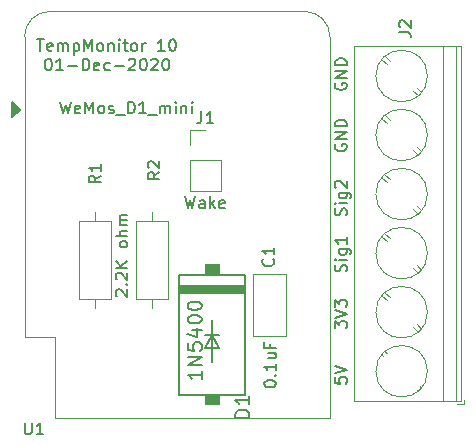
<source format=gbr>
G04 #@! TF.GenerationSoftware,KiCad,Pcbnew,(5.1.2)-2*
G04 #@! TF.CreationDate,2020-12-01T22:27:08-06:00*
G04 #@! TF.ProjectId,TempMonitor10PCB,54656d70-4d6f-46e6-9974-6f7231305043,rev?*
G04 #@! TF.SameCoordinates,Original*
G04 #@! TF.FileFunction,Legend,Top*
G04 #@! TF.FilePolarity,Positive*
%FSLAX46Y46*%
G04 Gerber Fmt 4.6, Leading zero omitted, Abs format (unit mm)*
G04 Created by KiCad (PCBNEW (5.1.2)-2) date 2020-12-01 22:27:08*
%MOMM*%
%LPD*%
G04 APERTURE LIST*
%ADD10C,0.150000*%
%ADD11C,0.120000*%
%ADD12C,0.152400*%
%ADD13C,0.100000*%
%ADD14C,0.127000*%
G04 APERTURE END LIST*
D10*
X77722361Y-72750180D02*
X77769980Y-72607323D01*
X77769980Y-72369228D01*
X77722361Y-72273990D01*
X77674742Y-72226371D01*
X77579504Y-72178752D01*
X77484266Y-72178752D01*
X77389028Y-72226371D01*
X77341409Y-72273990D01*
X77293790Y-72369228D01*
X77246171Y-72559704D01*
X77198552Y-72654942D01*
X77150933Y-72702561D01*
X77055695Y-72750180D01*
X76960457Y-72750180D01*
X76865219Y-72702561D01*
X76817600Y-72654942D01*
X76769980Y-72559704D01*
X76769980Y-72321609D01*
X76817600Y-72178752D01*
X77769980Y-71750180D02*
X77103314Y-71750180D01*
X76769980Y-71750180D02*
X76817600Y-71797800D01*
X76865219Y-71750180D01*
X76817600Y-71702561D01*
X76769980Y-71750180D01*
X76865219Y-71750180D01*
X77103314Y-70845419D02*
X77912838Y-70845419D01*
X78008076Y-70893038D01*
X78055695Y-70940657D01*
X78103314Y-71035895D01*
X78103314Y-71178752D01*
X78055695Y-71273990D01*
X77722361Y-70845419D02*
X77769980Y-70940657D01*
X77769980Y-71131133D01*
X77722361Y-71226371D01*
X77674742Y-71273990D01*
X77579504Y-71321609D01*
X77293790Y-71321609D01*
X77198552Y-71273990D01*
X77150933Y-71226371D01*
X77103314Y-71131133D01*
X77103314Y-70940657D01*
X77150933Y-70845419D01*
X77769980Y-69845419D02*
X77769980Y-70416847D01*
X77769980Y-70131133D02*
X76769980Y-70131133D01*
X76912838Y-70226371D01*
X77008076Y-70321609D01*
X77055695Y-70416847D01*
X76769980Y-81724476D02*
X76769980Y-82200666D01*
X77246171Y-82248285D01*
X77198552Y-82200666D01*
X77150933Y-82105428D01*
X77150933Y-81867333D01*
X77198552Y-81772095D01*
X77246171Y-81724476D01*
X77341409Y-81676857D01*
X77579504Y-81676857D01*
X77674742Y-81724476D01*
X77722361Y-81772095D01*
X77769980Y-81867333D01*
X77769980Y-82105428D01*
X77722361Y-82200666D01*
X77674742Y-82248285D01*
X76769980Y-81391142D02*
X77769980Y-81057809D01*
X76769980Y-80724476D01*
X76769980Y-77565095D02*
X76769980Y-76946047D01*
X77150933Y-77279380D01*
X77150933Y-77136523D01*
X77198552Y-77041285D01*
X77246171Y-76993666D01*
X77341409Y-76946047D01*
X77579504Y-76946047D01*
X77674742Y-76993666D01*
X77722361Y-77041285D01*
X77769980Y-77136523D01*
X77769980Y-77422238D01*
X77722361Y-77517476D01*
X77674742Y-77565095D01*
X76769980Y-76660333D02*
X77769980Y-76327000D01*
X76769980Y-75993666D01*
X76769980Y-75755571D02*
X76769980Y-75136523D01*
X77150933Y-75469857D01*
X77150933Y-75327000D01*
X77198552Y-75231761D01*
X77246171Y-75184142D01*
X77341409Y-75136523D01*
X77579504Y-75136523D01*
X77674742Y-75184142D01*
X77722361Y-75231761D01*
X77769980Y-75327000D01*
X77769980Y-75612714D01*
X77722361Y-75707952D01*
X77674742Y-75755571D01*
X77722361Y-67991135D02*
X77769980Y-67848278D01*
X77769980Y-67610183D01*
X77722361Y-67514945D01*
X77674742Y-67467326D01*
X77579504Y-67419707D01*
X77484266Y-67419707D01*
X77389028Y-67467326D01*
X77341409Y-67514945D01*
X77293790Y-67610183D01*
X77246171Y-67800659D01*
X77198552Y-67895897D01*
X77150933Y-67943516D01*
X77055695Y-67991135D01*
X76960457Y-67991135D01*
X76865219Y-67943516D01*
X76817600Y-67895897D01*
X76769980Y-67800659D01*
X76769980Y-67562564D01*
X76817600Y-67419707D01*
X77769980Y-66991135D02*
X77103314Y-66991135D01*
X76769980Y-66991135D02*
X76817600Y-67038755D01*
X76865219Y-66991135D01*
X76817600Y-66943516D01*
X76769980Y-66991135D01*
X76865219Y-66991135D01*
X77103314Y-66086374D02*
X77912838Y-66086374D01*
X78008076Y-66133993D01*
X78055695Y-66181612D01*
X78103314Y-66276850D01*
X78103314Y-66419707D01*
X78055695Y-66514945D01*
X77722361Y-66086374D02*
X77769980Y-66181612D01*
X77769980Y-66372088D01*
X77722361Y-66467326D01*
X77674742Y-66514945D01*
X77579504Y-66562564D01*
X77293790Y-66562564D01*
X77198552Y-66514945D01*
X77150933Y-66467326D01*
X77103314Y-66372088D01*
X77103314Y-66181612D01*
X77150933Y-66086374D01*
X76865219Y-65657802D02*
X76817600Y-65610183D01*
X76769980Y-65514945D01*
X76769980Y-65276850D01*
X76817600Y-65181612D01*
X76865219Y-65133993D01*
X76960457Y-65086374D01*
X77055695Y-65086374D01*
X77198552Y-65133993D01*
X77769980Y-65705421D01*
X77769980Y-65086374D01*
X76817600Y-62000658D02*
X76769980Y-62095896D01*
X76769980Y-62238754D01*
X76817600Y-62381611D01*
X76912838Y-62476849D01*
X77008076Y-62524468D01*
X77198552Y-62572087D01*
X77341409Y-62572087D01*
X77531885Y-62524468D01*
X77627123Y-62476849D01*
X77722361Y-62381611D01*
X77769980Y-62238754D01*
X77769980Y-62143515D01*
X77722361Y-62000658D01*
X77674742Y-61953039D01*
X77341409Y-61953039D01*
X77341409Y-62143515D01*
X77769980Y-61524468D02*
X76769980Y-61524468D01*
X77769980Y-60953039D01*
X76769980Y-60953039D01*
X77769980Y-60476849D02*
X76769980Y-60476849D01*
X76769980Y-60238754D01*
X76817600Y-60095896D01*
X76912838Y-60000658D01*
X77008076Y-59953039D01*
X77198552Y-59905420D01*
X77341409Y-59905420D01*
X77531885Y-59953039D01*
X77627123Y-60000658D01*
X77722361Y-60095896D01*
X77769980Y-60238754D01*
X77769980Y-60476849D01*
X76817600Y-56819704D02*
X76769980Y-56914942D01*
X76769980Y-57057800D01*
X76817600Y-57200657D01*
X76912838Y-57295895D01*
X77008076Y-57343514D01*
X77198552Y-57391133D01*
X77341409Y-57391133D01*
X77531885Y-57343514D01*
X77627123Y-57295895D01*
X77722361Y-57200657D01*
X77769980Y-57057800D01*
X77769980Y-56962561D01*
X77722361Y-56819704D01*
X77674742Y-56772085D01*
X77341409Y-56772085D01*
X77341409Y-56962561D01*
X77769980Y-56343514D02*
X76769980Y-56343514D01*
X77769980Y-55772085D01*
X76769980Y-55772085D01*
X77769980Y-55295895D02*
X76769980Y-55295895D01*
X76769980Y-55057800D01*
X76817600Y-54914942D01*
X76912838Y-54819704D01*
X77008076Y-54772085D01*
X77198552Y-54724466D01*
X77341409Y-54724466D01*
X77531885Y-54772085D01*
X77627123Y-54819704D01*
X77722361Y-54914942D01*
X77769980Y-55057800D01*
X77769980Y-55295895D01*
X51551628Y-53084980D02*
X52123057Y-53084980D01*
X51837342Y-54084980D02*
X51837342Y-53084980D01*
X52837342Y-54037361D02*
X52742104Y-54084980D01*
X52551628Y-54084980D01*
X52456390Y-54037361D01*
X52408771Y-53942123D01*
X52408771Y-53561171D01*
X52456390Y-53465933D01*
X52551628Y-53418314D01*
X52742104Y-53418314D01*
X52837342Y-53465933D01*
X52884961Y-53561171D01*
X52884961Y-53656409D01*
X52408771Y-53751647D01*
X53313533Y-54084980D02*
X53313533Y-53418314D01*
X53313533Y-53513552D02*
X53361152Y-53465933D01*
X53456390Y-53418314D01*
X53599247Y-53418314D01*
X53694485Y-53465933D01*
X53742104Y-53561171D01*
X53742104Y-54084980D01*
X53742104Y-53561171D02*
X53789723Y-53465933D01*
X53884961Y-53418314D01*
X54027819Y-53418314D01*
X54123057Y-53465933D01*
X54170676Y-53561171D01*
X54170676Y-54084980D01*
X54646866Y-53418314D02*
X54646866Y-54418314D01*
X54646866Y-53465933D02*
X54742104Y-53418314D01*
X54932580Y-53418314D01*
X55027819Y-53465933D01*
X55075438Y-53513552D01*
X55123057Y-53608790D01*
X55123057Y-53894504D01*
X55075438Y-53989742D01*
X55027819Y-54037361D01*
X54932580Y-54084980D01*
X54742104Y-54084980D01*
X54646866Y-54037361D01*
X55551628Y-54084980D02*
X55551628Y-53084980D01*
X55884961Y-53799266D01*
X56218295Y-53084980D01*
X56218295Y-54084980D01*
X56837342Y-54084980D02*
X56742104Y-54037361D01*
X56694485Y-53989742D01*
X56646866Y-53894504D01*
X56646866Y-53608790D01*
X56694485Y-53513552D01*
X56742104Y-53465933D01*
X56837342Y-53418314D01*
X56980200Y-53418314D01*
X57075438Y-53465933D01*
X57123057Y-53513552D01*
X57170676Y-53608790D01*
X57170676Y-53894504D01*
X57123057Y-53989742D01*
X57075438Y-54037361D01*
X56980200Y-54084980D01*
X56837342Y-54084980D01*
X57599247Y-53418314D02*
X57599247Y-54084980D01*
X57599247Y-53513552D02*
X57646866Y-53465933D01*
X57742104Y-53418314D01*
X57884961Y-53418314D01*
X57980200Y-53465933D01*
X58027819Y-53561171D01*
X58027819Y-54084980D01*
X58504009Y-54084980D02*
X58504009Y-53418314D01*
X58504009Y-53084980D02*
X58456390Y-53132600D01*
X58504009Y-53180219D01*
X58551628Y-53132600D01*
X58504009Y-53084980D01*
X58504009Y-53180219D01*
X58837342Y-53418314D02*
X59218295Y-53418314D01*
X58980200Y-53084980D02*
X58980200Y-53942123D01*
X59027819Y-54037361D01*
X59123057Y-54084980D01*
X59218295Y-54084980D01*
X59694485Y-54084980D02*
X59599247Y-54037361D01*
X59551628Y-53989742D01*
X59504009Y-53894504D01*
X59504009Y-53608790D01*
X59551628Y-53513552D01*
X59599247Y-53465933D01*
X59694485Y-53418314D01*
X59837342Y-53418314D01*
X59932580Y-53465933D01*
X59980200Y-53513552D01*
X60027819Y-53608790D01*
X60027819Y-53894504D01*
X59980200Y-53989742D01*
X59932580Y-54037361D01*
X59837342Y-54084980D01*
X59694485Y-54084980D01*
X60456390Y-54084980D02*
X60456390Y-53418314D01*
X60456390Y-53608790D02*
X60504009Y-53513552D01*
X60551628Y-53465933D01*
X60646866Y-53418314D01*
X60742104Y-53418314D01*
X62361152Y-54084980D02*
X61789723Y-54084980D01*
X62075438Y-54084980D02*
X62075438Y-53084980D01*
X61980200Y-53227838D01*
X61884961Y-53323076D01*
X61789723Y-53370695D01*
X62980200Y-53084980D02*
X63075438Y-53084980D01*
X63170676Y-53132600D01*
X63218295Y-53180219D01*
X63265914Y-53275457D01*
X63313533Y-53465933D01*
X63313533Y-53704028D01*
X63265914Y-53894504D01*
X63218295Y-53989742D01*
X63170676Y-54037361D01*
X63075438Y-54084980D01*
X62980200Y-54084980D01*
X62884961Y-54037361D01*
X62837342Y-53989742D01*
X62789723Y-53894504D01*
X62742104Y-53704028D01*
X62742104Y-53465933D01*
X62789723Y-53275457D01*
X62837342Y-53180219D01*
X62884961Y-53132600D01*
X62980200Y-53084980D01*
X52456390Y-54734980D02*
X52551628Y-54734980D01*
X52646866Y-54782600D01*
X52694485Y-54830219D01*
X52742104Y-54925457D01*
X52789723Y-55115933D01*
X52789723Y-55354028D01*
X52742104Y-55544504D01*
X52694485Y-55639742D01*
X52646866Y-55687361D01*
X52551628Y-55734980D01*
X52456390Y-55734980D01*
X52361152Y-55687361D01*
X52313533Y-55639742D01*
X52265914Y-55544504D01*
X52218295Y-55354028D01*
X52218295Y-55115933D01*
X52265914Y-54925457D01*
X52313533Y-54830219D01*
X52361152Y-54782600D01*
X52456390Y-54734980D01*
X53742104Y-55734980D02*
X53170676Y-55734980D01*
X53456390Y-55734980D02*
X53456390Y-54734980D01*
X53361152Y-54877838D01*
X53265914Y-54973076D01*
X53170676Y-55020695D01*
X54170676Y-55354028D02*
X54932580Y-55354028D01*
X55408771Y-55734980D02*
X55408771Y-54734980D01*
X55646866Y-54734980D01*
X55789723Y-54782600D01*
X55884961Y-54877838D01*
X55932580Y-54973076D01*
X55980200Y-55163552D01*
X55980200Y-55306409D01*
X55932580Y-55496885D01*
X55884961Y-55592123D01*
X55789723Y-55687361D01*
X55646866Y-55734980D01*
X55408771Y-55734980D01*
X56789723Y-55687361D02*
X56694485Y-55734980D01*
X56504009Y-55734980D01*
X56408771Y-55687361D01*
X56361152Y-55592123D01*
X56361152Y-55211171D01*
X56408771Y-55115933D01*
X56504009Y-55068314D01*
X56694485Y-55068314D01*
X56789723Y-55115933D01*
X56837342Y-55211171D01*
X56837342Y-55306409D01*
X56361152Y-55401647D01*
X57694485Y-55687361D02*
X57599247Y-55734980D01*
X57408771Y-55734980D01*
X57313533Y-55687361D01*
X57265914Y-55639742D01*
X57218295Y-55544504D01*
X57218295Y-55258790D01*
X57265914Y-55163552D01*
X57313533Y-55115933D01*
X57408771Y-55068314D01*
X57599247Y-55068314D01*
X57694485Y-55115933D01*
X58123057Y-55354028D02*
X58884961Y-55354028D01*
X59313533Y-54830219D02*
X59361152Y-54782600D01*
X59456390Y-54734980D01*
X59694485Y-54734980D01*
X59789723Y-54782600D01*
X59837342Y-54830219D01*
X59884961Y-54925457D01*
X59884961Y-55020695D01*
X59837342Y-55163552D01*
X59265914Y-55734980D01*
X59884961Y-55734980D01*
X60504009Y-54734980D02*
X60599247Y-54734980D01*
X60694485Y-54782600D01*
X60742104Y-54830219D01*
X60789723Y-54925457D01*
X60837342Y-55115933D01*
X60837342Y-55354028D01*
X60789723Y-55544504D01*
X60742104Y-55639742D01*
X60694485Y-55687361D01*
X60599247Y-55734980D01*
X60504009Y-55734980D01*
X60408771Y-55687361D01*
X60361152Y-55639742D01*
X60313533Y-55544504D01*
X60265914Y-55354028D01*
X60265914Y-55115933D01*
X60313533Y-54925457D01*
X60361152Y-54830219D01*
X60408771Y-54782600D01*
X60504009Y-54734980D01*
X61218295Y-54830219D02*
X61265914Y-54782600D01*
X61361152Y-54734980D01*
X61599247Y-54734980D01*
X61694485Y-54782600D01*
X61742104Y-54830219D01*
X61789723Y-54925457D01*
X61789723Y-55020695D01*
X61742104Y-55163552D01*
X61170676Y-55734980D01*
X61789723Y-55734980D01*
X62408771Y-54734980D02*
X62504009Y-54734980D01*
X62599247Y-54782600D01*
X62646866Y-54830219D01*
X62694485Y-54925457D01*
X62742104Y-55115933D01*
X62742104Y-55354028D01*
X62694485Y-55544504D01*
X62646866Y-55639742D01*
X62599247Y-55687361D01*
X62504009Y-55734980D01*
X62408771Y-55734980D01*
X62313533Y-55687361D01*
X62265914Y-55639742D01*
X62218295Y-55544504D01*
X62170676Y-55354028D01*
X62170676Y-55115933D01*
X62218295Y-54925457D01*
X62265914Y-54830219D01*
X62313533Y-54782600D01*
X62408771Y-54734980D01*
D11*
X61264800Y-75820400D02*
X61264800Y-75050400D01*
X61264800Y-67740400D02*
X61264800Y-68510400D01*
X62634800Y-75050400D02*
X62634800Y-68510400D01*
X59894800Y-75050400D02*
X62634800Y-75050400D01*
X59894800Y-68510400D02*
X59894800Y-75050400D01*
X62634800Y-68510400D02*
X59894800Y-68510400D01*
X87723000Y-84003800D02*
X87723000Y-83603800D01*
X87083000Y-84003800D02*
X87723000Y-84003800D01*
X83415000Y-57461800D02*
X83811000Y-57856800D01*
X80769000Y-54815800D02*
X81149000Y-55195800D01*
X83697000Y-57210800D02*
X84077000Y-57590800D01*
X81035000Y-54549800D02*
X81431000Y-54944800D01*
X83415000Y-62461800D02*
X83811000Y-62856800D01*
X80769000Y-59815800D02*
X81149000Y-60195800D01*
X83697000Y-62210800D02*
X84077000Y-62590800D01*
X81035000Y-59549800D02*
X81431000Y-59944800D01*
X83415000Y-67461800D02*
X83811000Y-67856800D01*
X80769000Y-64815800D02*
X81149000Y-65195800D01*
X83697000Y-67210800D02*
X84077000Y-67590800D01*
X81035000Y-64549800D02*
X81431000Y-64944800D01*
X83415000Y-72461800D02*
X83811000Y-72856800D01*
X80769000Y-69815800D02*
X81149000Y-70195800D01*
X83697000Y-72210800D02*
X84077000Y-72590800D01*
X81035000Y-69549800D02*
X81431000Y-69944800D01*
X83415000Y-77461800D02*
X83811000Y-77856800D01*
X80769000Y-74815800D02*
X81149000Y-75195800D01*
X83697000Y-77210800D02*
X84077000Y-77590800D01*
X81035000Y-74549800D02*
X81431000Y-74944800D01*
X83704000Y-82751800D02*
X83811000Y-82857800D01*
X80769000Y-79815800D02*
X80876000Y-79922800D01*
X83970000Y-82485800D02*
X84077000Y-82591800D01*
X81035000Y-79549800D02*
X81142000Y-79656800D01*
X78363000Y-53643800D02*
X87483000Y-53643800D01*
X78363000Y-83763800D02*
X87483000Y-83763800D01*
X87483000Y-83763800D02*
X87483000Y-53643800D01*
X78363000Y-83763800D02*
X78363000Y-53643800D01*
X85923000Y-83763800D02*
X85923000Y-53643800D01*
X87023000Y-83763800D02*
X87023000Y-53643800D01*
X84603000Y-56203800D02*
G75*
G03X84603000Y-56203800I-2180000J0D01*
G01*
X84603000Y-61203800D02*
G75*
G03X84603000Y-61203800I-2180000J0D01*
G01*
X84603000Y-66203800D02*
G75*
G03X84603000Y-66203800I-2180000J0D01*
G01*
X84603000Y-71203800D02*
G75*
G03X84603000Y-71203800I-2180000J0D01*
G01*
X84603000Y-76203800D02*
G75*
G03X84603000Y-76203800I-2180000J0D01*
G01*
X84603000Y-81203800D02*
G75*
G03X84603000Y-81203800I-2180000J0D01*
G01*
D12*
X66395600Y-76860400D02*
X66395600Y-78130400D01*
X66979800Y-78130400D02*
X66395600Y-78130400D01*
X66395600Y-78130400D02*
X66979800Y-79273400D01*
X66979800Y-79273400D02*
X65811400Y-79273400D01*
X65811400Y-79273400D02*
X66395600Y-78130400D01*
X66395600Y-78130400D02*
X66395600Y-80416400D01*
X66395600Y-78130400D02*
X65811400Y-78130400D01*
X63601600Y-73050400D02*
X69189600Y-73050400D01*
X69189600Y-83210400D02*
X63601600Y-83210400D01*
X69189600Y-73050400D02*
X69189600Y-83210400D01*
X63601600Y-83210400D02*
X63601600Y-73050400D01*
D13*
G36*
X63601600Y-73939400D02*
G01*
X63601600Y-74701400D01*
X69189600Y-74701400D01*
X69189600Y-73939400D01*
X63601600Y-73939400D01*
G37*
G36*
X65760600Y-72161400D02*
G01*
X65760600Y-73050400D01*
X67030600Y-73050400D01*
X67030600Y-72161400D01*
X65760600Y-72161400D01*
G37*
G36*
X65760600Y-83210400D02*
G01*
X65760600Y-84099400D01*
X67030600Y-84099400D01*
X67030600Y-83210400D01*
X65760600Y-83210400D01*
G37*
D11*
X64481400Y-60747600D02*
X65811400Y-60747600D01*
X64481400Y-62077600D02*
X64481400Y-60747600D01*
X64481400Y-63347600D02*
X67141400Y-63347600D01*
X67141400Y-63347600D02*
X67141400Y-65947600D01*
X64481400Y-63347600D02*
X64481400Y-65947600D01*
X64481400Y-65947600D02*
X67141400Y-65947600D01*
X56464200Y-75820400D02*
X56464200Y-75050400D01*
X56464200Y-67740400D02*
X56464200Y-68510400D01*
X57834200Y-75050400D02*
X57834200Y-68510400D01*
X55094200Y-75050400D02*
X57834200Y-75050400D01*
X55094200Y-68510400D02*
X55094200Y-75050400D01*
X57834200Y-68510400D02*
X55094200Y-68510400D01*
X74223800Y-50740400D02*
G75*
G02X76353800Y-52870400I0J-2130000D01*
G01*
X50493800Y-52870400D02*
G75*
G02X52623800Y-50740400I2130000J0D01*
G01*
X53033800Y-78300400D02*
X53033800Y-85200400D01*
X50493800Y-78300400D02*
X53033800Y-78300400D01*
D10*
G36*
X49453800Y-58445400D02*
G01*
X49453800Y-59715400D01*
X50088800Y-59080400D01*
X49453800Y-58445400D01*
G37*
X49453800Y-58445400D02*
X49453800Y-59715400D01*
X50088800Y-59080400D01*
X49453800Y-58445400D01*
D11*
X74233800Y-50740400D02*
X52623800Y-50740400D01*
X76353800Y-85200400D02*
X76353800Y-52870400D01*
X50493800Y-78300400D02*
X50493800Y-52870400D01*
X53033800Y-85200400D02*
X76353800Y-85200400D01*
X69851600Y-72990400D02*
X72591600Y-72990400D01*
X69851600Y-78230400D02*
X72591600Y-78230400D01*
X72591600Y-78230400D02*
X72591600Y-72990400D01*
X69851600Y-78230400D02*
X69851600Y-72990400D01*
D10*
X61920380Y-64352466D02*
X61444190Y-64685800D01*
X61920380Y-64923895D02*
X60920380Y-64923895D01*
X60920380Y-64542942D01*
X60968000Y-64447704D01*
X61015619Y-64400085D01*
X61110857Y-64352466D01*
X61253714Y-64352466D01*
X61348952Y-64400085D01*
X61396571Y-64447704D01*
X61444190Y-64542942D01*
X61444190Y-64923895D01*
X61015619Y-63971514D02*
X60968000Y-63923895D01*
X60920380Y-63828657D01*
X60920380Y-63590561D01*
X60968000Y-63495323D01*
X61015619Y-63447704D01*
X61110857Y-63400085D01*
X61206095Y-63400085D01*
X61348952Y-63447704D01*
X61920380Y-64019133D01*
X61920380Y-63400085D01*
X58297819Y-74851780D02*
X58250200Y-74804161D01*
X58202580Y-74708923D01*
X58202580Y-74470828D01*
X58250200Y-74375590D01*
X58297819Y-74327971D01*
X58393057Y-74280352D01*
X58488295Y-74280352D01*
X58631152Y-74327971D01*
X59202580Y-74899400D01*
X59202580Y-74280352D01*
X59107342Y-73851780D02*
X59154961Y-73804161D01*
X59202580Y-73851780D01*
X59154961Y-73899400D01*
X59107342Y-73851780D01*
X59202580Y-73851780D01*
X58297819Y-73423209D02*
X58250200Y-73375590D01*
X58202580Y-73280352D01*
X58202580Y-73042257D01*
X58250200Y-72947019D01*
X58297819Y-72899400D01*
X58393057Y-72851780D01*
X58488295Y-72851780D01*
X58631152Y-72899400D01*
X59202580Y-73470828D01*
X59202580Y-72851780D01*
X59202580Y-72423209D02*
X58202580Y-72423209D01*
X59202580Y-71851780D02*
X58631152Y-72280352D01*
X58202580Y-71851780D02*
X58774009Y-72423209D01*
X59202580Y-70518447D02*
X59154961Y-70613685D01*
X59107342Y-70661304D01*
X59012104Y-70708923D01*
X58726390Y-70708923D01*
X58631152Y-70661304D01*
X58583533Y-70613685D01*
X58535914Y-70518447D01*
X58535914Y-70375590D01*
X58583533Y-70280352D01*
X58631152Y-70232733D01*
X58726390Y-70185114D01*
X59012104Y-70185114D01*
X59107342Y-70232733D01*
X59154961Y-70280352D01*
X59202580Y-70375590D01*
X59202580Y-70518447D01*
X59202580Y-69756542D02*
X58202580Y-69756542D01*
X59202580Y-69327971D02*
X58678771Y-69327971D01*
X58583533Y-69375590D01*
X58535914Y-69470828D01*
X58535914Y-69613685D01*
X58583533Y-69708923D01*
X58631152Y-69756542D01*
X59202580Y-68851780D02*
X58535914Y-68851780D01*
X58631152Y-68851780D02*
X58583533Y-68804161D01*
X58535914Y-68708923D01*
X58535914Y-68566066D01*
X58583533Y-68470828D01*
X58678771Y-68423209D01*
X59202580Y-68423209D01*
X58678771Y-68423209D02*
X58583533Y-68375590D01*
X58535914Y-68280352D01*
X58535914Y-68137495D01*
X58583533Y-68042257D01*
X58678771Y-67994638D01*
X59202580Y-67994638D01*
X82205580Y-52504933D02*
X82919866Y-52504933D01*
X83062723Y-52552552D01*
X83157961Y-52647790D01*
X83205580Y-52790647D01*
X83205580Y-52885885D01*
X82300819Y-52076361D02*
X82253200Y-52028742D01*
X82205580Y-51933504D01*
X82205580Y-51695409D01*
X82253200Y-51600171D01*
X82300819Y-51552552D01*
X82396057Y-51504933D01*
X82491295Y-51504933D01*
X82634152Y-51552552D01*
X83205580Y-52123980D01*
X83205580Y-51504933D01*
D14*
X69538547Y-85158035D02*
X68332047Y-85158035D01*
X68332047Y-84870773D01*
X68389500Y-84698416D01*
X68504404Y-84583511D01*
X68619309Y-84526059D01*
X68849119Y-84468607D01*
X69021476Y-84468607D01*
X69251285Y-84526059D01*
X69366190Y-84583511D01*
X69481095Y-84698416D01*
X69538547Y-84870773D01*
X69538547Y-85158035D01*
X69538547Y-83319559D02*
X69538547Y-84008988D01*
X69538547Y-83664273D02*
X68332047Y-83664273D01*
X68504404Y-83779178D01*
X68619309Y-83894083D01*
X68676761Y-84008988D01*
X65499947Y-81178702D02*
X65499947Y-81868130D01*
X65499947Y-81523416D02*
X64293447Y-81523416D01*
X64465804Y-81638321D01*
X64580709Y-81753226D01*
X64638161Y-81868130D01*
X65499947Y-80661630D02*
X64293447Y-80661630D01*
X65499947Y-79972202D01*
X64293447Y-79972202D01*
X64293447Y-78823154D02*
X64293447Y-79397678D01*
X64867971Y-79455130D01*
X64810519Y-79397678D01*
X64753066Y-79282773D01*
X64753066Y-78995511D01*
X64810519Y-78880607D01*
X64867971Y-78823154D01*
X64982876Y-78765702D01*
X65270138Y-78765702D01*
X65385042Y-78823154D01*
X65442495Y-78880607D01*
X65499947Y-78995511D01*
X65499947Y-79282773D01*
X65442495Y-79397678D01*
X65385042Y-79455130D01*
X64695614Y-77731559D02*
X65499947Y-77731559D01*
X64235995Y-78018821D02*
X65097780Y-78306083D01*
X65097780Y-77559202D01*
X64293447Y-76869773D02*
X64293447Y-76754869D01*
X64350900Y-76639964D01*
X64408352Y-76582511D01*
X64523257Y-76525059D01*
X64753066Y-76467607D01*
X65040328Y-76467607D01*
X65270138Y-76525059D01*
X65385042Y-76582511D01*
X65442495Y-76639964D01*
X65499947Y-76754869D01*
X65499947Y-76869773D01*
X65442495Y-76984678D01*
X65385042Y-77042130D01*
X65270138Y-77099583D01*
X65040328Y-77157035D01*
X64753066Y-77157035D01*
X64523257Y-77099583D01*
X64408352Y-77042130D01*
X64350900Y-76984678D01*
X64293447Y-76869773D01*
X64293447Y-75720726D02*
X64293447Y-75605821D01*
X64350900Y-75490916D01*
X64408352Y-75433464D01*
X64523257Y-75376011D01*
X64753066Y-75318559D01*
X65040328Y-75318559D01*
X65270138Y-75376011D01*
X65385042Y-75433464D01*
X65442495Y-75490916D01*
X65499947Y-75605821D01*
X65499947Y-75720726D01*
X65442495Y-75835630D01*
X65385042Y-75893083D01*
X65270138Y-75950535D01*
X65040328Y-76007988D01*
X64753066Y-76007988D01*
X64523257Y-75950535D01*
X64408352Y-75893083D01*
X64350900Y-75835630D01*
X64293447Y-75720726D01*
D10*
X65478066Y-59199980D02*
X65478066Y-59914266D01*
X65430447Y-60057123D01*
X65335209Y-60152361D01*
X65192352Y-60199980D01*
X65097114Y-60199980D01*
X66478066Y-60199980D02*
X65906638Y-60199980D01*
X66192352Y-60199980D02*
X66192352Y-59199980D01*
X66097114Y-59342838D01*
X66001876Y-59438076D01*
X65906638Y-59485695D01*
X64097114Y-66399980D02*
X64335209Y-67399980D01*
X64525685Y-66685695D01*
X64716161Y-67399980D01*
X64954257Y-66399980D01*
X65763780Y-67399980D02*
X65763780Y-66876171D01*
X65716161Y-66780933D01*
X65620923Y-66733314D01*
X65430447Y-66733314D01*
X65335209Y-66780933D01*
X65763780Y-67352361D02*
X65668542Y-67399980D01*
X65430447Y-67399980D01*
X65335209Y-67352361D01*
X65287590Y-67257123D01*
X65287590Y-67161885D01*
X65335209Y-67066647D01*
X65430447Y-67019028D01*
X65668542Y-67019028D01*
X65763780Y-66971409D01*
X66239971Y-67399980D02*
X66239971Y-66399980D01*
X66335209Y-67019028D02*
X66620923Y-67399980D01*
X66620923Y-66733314D02*
X66239971Y-67114266D01*
X67430447Y-67352361D02*
X67335209Y-67399980D01*
X67144733Y-67399980D01*
X67049495Y-67352361D01*
X67001876Y-67257123D01*
X67001876Y-66876171D01*
X67049495Y-66780933D01*
X67144733Y-66733314D01*
X67335209Y-66733314D01*
X67430447Y-66780933D01*
X67478066Y-66876171D01*
X67478066Y-66971409D01*
X67001876Y-67066647D01*
X56941980Y-64631866D02*
X56465790Y-64965200D01*
X56941980Y-65203295D02*
X55941980Y-65203295D01*
X55941980Y-64822342D01*
X55989600Y-64727104D01*
X56037219Y-64679485D01*
X56132457Y-64631866D01*
X56275314Y-64631866D01*
X56370552Y-64679485D01*
X56418171Y-64727104D01*
X56465790Y-64822342D01*
X56465790Y-65203295D01*
X56941980Y-63679485D02*
X56941980Y-64250914D01*
X56941980Y-63965200D02*
X55941980Y-63965200D01*
X56084838Y-64060438D01*
X56180076Y-64155676D01*
X56227695Y-64250914D01*
X50520695Y-85558380D02*
X50520695Y-86367904D01*
X50568314Y-86463142D01*
X50615933Y-86510761D01*
X50711171Y-86558380D01*
X50901647Y-86558380D01*
X50996885Y-86510761D01*
X51044504Y-86463142D01*
X51092123Y-86367904D01*
X51092123Y-85558380D01*
X52092123Y-86558380D02*
X51520695Y-86558380D01*
X51806409Y-86558380D02*
X51806409Y-85558380D01*
X51711171Y-85701238D01*
X51615933Y-85796476D01*
X51520695Y-85844095D01*
X53537552Y-58380380D02*
X53775647Y-59380380D01*
X53966123Y-58666095D01*
X54156600Y-59380380D01*
X54394695Y-58380380D01*
X55156600Y-59332761D02*
X55061361Y-59380380D01*
X54870885Y-59380380D01*
X54775647Y-59332761D01*
X54728028Y-59237523D01*
X54728028Y-58856571D01*
X54775647Y-58761333D01*
X54870885Y-58713714D01*
X55061361Y-58713714D01*
X55156600Y-58761333D01*
X55204219Y-58856571D01*
X55204219Y-58951809D01*
X54728028Y-59047047D01*
X55632790Y-59380380D02*
X55632790Y-58380380D01*
X55966123Y-59094666D01*
X56299457Y-58380380D01*
X56299457Y-59380380D01*
X56918504Y-59380380D02*
X56823266Y-59332761D01*
X56775647Y-59285142D01*
X56728028Y-59189904D01*
X56728028Y-58904190D01*
X56775647Y-58808952D01*
X56823266Y-58761333D01*
X56918504Y-58713714D01*
X57061361Y-58713714D01*
X57156600Y-58761333D01*
X57204219Y-58808952D01*
X57251838Y-58904190D01*
X57251838Y-59189904D01*
X57204219Y-59285142D01*
X57156600Y-59332761D01*
X57061361Y-59380380D01*
X56918504Y-59380380D01*
X57632790Y-59332761D02*
X57728028Y-59380380D01*
X57918504Y-59380380D01*
X58013742Y-59332761D01*
X58061361Y-59237523D01*
X58061361Y-59189904D01*
X58013742Y-59094666D01*
X57918504Y-59047047D01*
X57775647Y-59047047D01*
X57680409Y-58999428D01*
X57632790Y-58904190D01*
X57632790Y-58856571D01*
X57680409Y-58761333D01*
X57775647Y-58713714D01*
X57918504Y-58713714D01*
X58013742Y-58761333D01*
X58251838Y-59475619D02*
X59013742Y-59475619D01*
X59251838Y-59380380D02*
X59251838Y-58380380D01*
X59489933Y-58380380D01*
X59632790Y-58428000D01*
X59728028Y-58523238D01*
X59775647Y-58618476D01*
X59823266Y-58808952D01*
X59823266Y-58951809D01*
X59775647Y-59142285D01*
X59728028Y-59237523D01*
X59632790Y-59332761D01*
X59489933Y-59380380D01*
X59251838Y-59380380D01*
X60775647Y-59380380D02*
X60204219Y-59380380D01*
X60489933Y-59380380D02*
X60489933Y-58380380D01*
X60394695Y-58523238D01*
X60299457Y-58618476D01*
X60204219Y-58666095D01*
X60966123Y-59475619D02*
X61728028Y-59475619D01*
X61966123Y-59380380D02*
X61966123Y-58713714D01*
X61966123Y-58808952D02*
X62013742Y-58761333D01*
X62108980Y-58713714D01*
X62251838Y-58713714D01*
X62347076Y-58761333D01*
X62394695Y-58856571D01*
X62394695Y-59380380D01*
X62394695Y-58856571D02*
X62442314Y-58761333D01*
X62537552Y-58713714D01*
X62680409Y-58713714D01*
X62775647Y-58761333D01*
X62823266Y-58856571D01*
X62823266Y-59380380D01*
X63299457Y-59380380D02*
X63299457Y-58713714D01*
X63299457Y-58380380D02*
X63251838Y-58428000D01*
X63299457Y-58475619D01*
X63347076Y-58428000D01*
X63299457Y-58380380D01*
X63299457Y-58475619D01*
X63775647Y-58713714D02*
X63775647Y-59380380D01*
X63775647Y-58808952D02*
X63823266Y-58761333D01*
X63918504Y-58713714D01*
X64061361Y-58713714D01*
X64156600Y-58761333D01*
X64204219Y-58856571D01*
X64204219Y-59380380D01*
X64680409Y-59380380D02*
X64680409Y-58713714D01*
X64680409Y-58380380D02*
X64632790Y-58428000D01*
X64680409Y-58475619D01*
X64728028Y-58428000D01*
X64680409Y-58380380D01*
X64680409Y-58475619D01*
X71527942Y-71693066D02*
X71575561Y-71740685D01*
X71623180Y-71883542D01*
X71623180Y-71978780D01*
X71575561Y-72121638D01*
X71480323Y-72216876D01*
X71385085Y-72264495D01*
X71194609Y-72312114D01*
X71051752Y-72312114D01*
X70861276Y-72264495D01*
X70766038Y-72216876D01*
X70670800Y-72121638D01*
X70623180Y-71978780D01*
X70623180Y-71883542D01*
X70670800Y-71740685D01*
X70718419Y-71693066D01*
X71623180Y-70740685D02*
X71623180Y-71312114D01*
X71623180Y-71026400D02*
X70623180Y-71026400D01*
X70766038Y-71121638D01*
X70861276Y-71216876D01*
X70908895Y-71312114D01*
X70775580Y-82313257D02*
X70775580Y-82218019D01*
X70823200Y-82122780D01*
X70870819Y-82075161D01*
X70966057Y-82027542D01*
X71156533Y-81979923D01*
X71394628Y-81979923D01*
X71585104Y-82027542D01*
X71680342Y-82075161D01*
X71727961Y-82122780D01*
X71775580Y-82218019D01*
X71775580Y-82313257D01*
X71727961Y-82408495D01*
X71680342Y-82456114D01*
X71585104Y-82503733D01*
X71394628Y-82551352D01*
X71156533Y-82551352D01*
X70966057Y-82503733D01*
X70870819Y-82456114D01*
X70823200Y-82408495D01*
X70775580Y-82313257D01*
X71680342Y-81551352D02*
X71727961Y-81503733D01*
X71775580Y-81551352D01*
X71727961Y-81598971D01*
X71680342Y-81551352D01*
X71775580Y-81551352D01*
X71775580Y-80551352D02*
X71775580Y-81122780D01*
X71775580Y-80837066D02*
X70775580Y-80837066D01*
X70918438Y-80932304D01*
X71013676Y-81027542D01*
X71061295Y-81122780D01*
X71108914Y-79694209D02*
X71775580Y-79694209D01*
X71108914Y-80122780D02*
X71632723Y-80122780D01*
X71727961Y-80075161D01*
X71775580Y-79979923D01*
X71775580Y-79837066D01*
X71727961Y-79741828D01*
X71680342Y-79694209D01*
X71251771Y-78884685D02*
X71251771Y-79218019D01*
X71775580Y-79218019D02*
X70775580Y-79218019D01*
X70775580Y-78741828D01*
M02*

</source>
